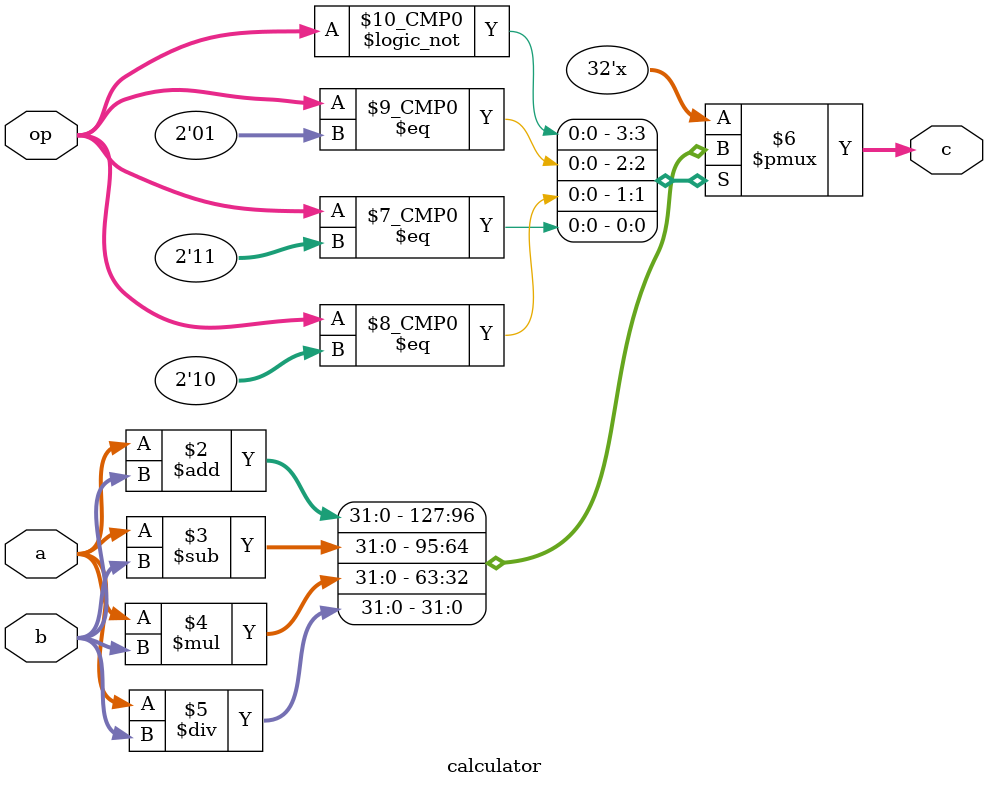
<source format=v>
module calculator(
    input [31:0] a,
    input [31:0] b,
    input [1:0] op,
    output reg [31:0] c
);

always @*
begin
    case(op)
        2'b00: c = a + b; // addition
        2'b01: c = a - b; // subtraction
        2'b10: c = a * b; // multiplication
        2'b11: c = a / b; // division
        default: c = 0;   // default to 0 if op is invalid
    endcase
end

endmodule
</source>
